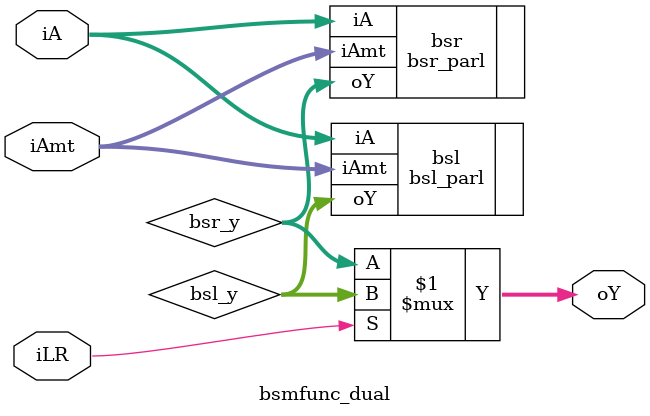
<source format=v>
module bsmfunc_dual
	#(
		parameter N = 8,
		parameter W = $clog2(N)
	)
	(
		input wire [N-1:0] iA,
		input wire [W-1:0] iAmt,
		input wire iLR,
		output wire [N-1:0] oY
	);

	wire [N-1:0] bsl_y, bsr_y;

	bsl_parl #(.N(N)) bsl
		(.iA(iA), .iAmt(iAmt), .oY(bsl_y)); 
	bsr_parl #(.N(N)) bsr
		(.iA(iA), .iAmt(iAmt), .oY(bsr_y)); 

	assign oY = iLR ? bsl_y : bsr_y;
endmodule

</source>
